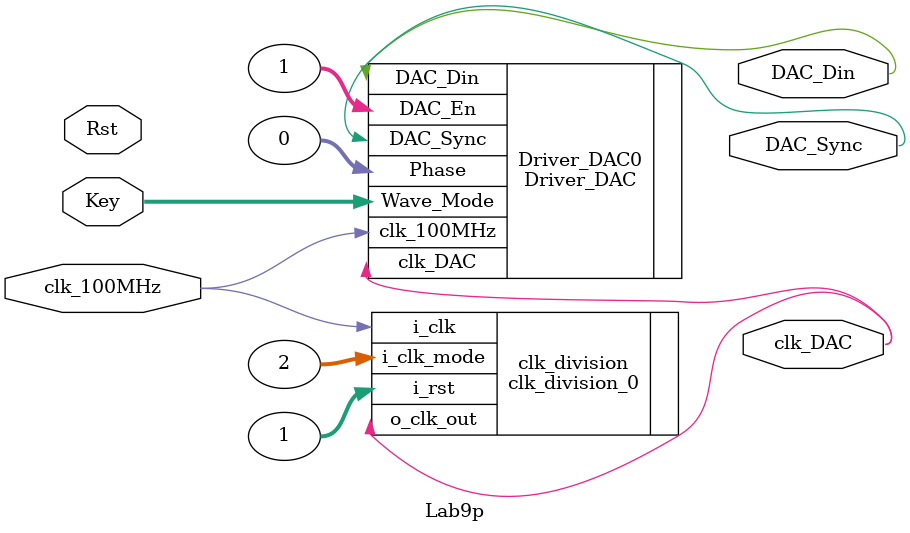
<source format=v>
`timescale 1ns / 1ps


module Lab9p(
    input clk_100MHz,
    input Rst,
    input [1:0]Key,
    output DAC_Din,
    output DAC_Sync,
    output clk_DAC
    );
 clk_division_0 clk_division(
  .i_clk(clk_100MHz),            // input wire i_clk
  .i_rst(1),            // input wire i_rst
  .i_clk_mode(2),  // input wire [30 : 0] i_clk_mode
  .o_clk_out(clk_DAC)    // output wire o_clk_out
    );
Driver_DAC Driver_DAC0(
  .clk_100MHz(clk_100MHz),
  .clk_DAC(clk_DAC),
  .DAC_En(1),
  .Wave_Mode(Key),
   .Phase(0),
  .DAC_Din(DAC_Din),
  .DAC_Sync(DAC_Sync)
    );
endmodule

</source>
